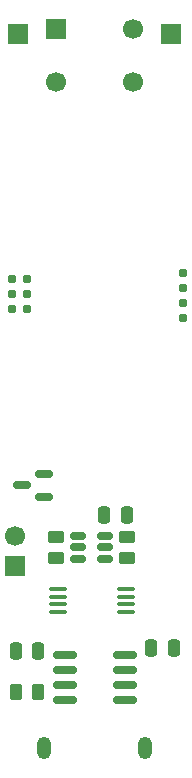
<source format=gbr>
%TF.GenerationSoftware,KiCad,Pcbnew,8.0.6*%
%TF.CreationDate,2024-12-24T16:10:55+01:00*%
%TF.ProjectId,boxmod,626f786d-6f64-42e6-9b69-6361645f7063,rev?*%
%TF.SameCoordinates,Original*%
%TF.FileFunction,Soldermask,Bot*%
%TF.FilePolarity,Negative*%
%FSLAX46Y46*%
G04 Gerber Fmt 4.6, Leading zero omitted, Abs format (unit mm)*
G04 Created by KiCad (PCBNEW 8.0.6) date 2024-12-24 16:10:55*
%MOMM*%
%LPD*%
G01*
G04 APERTURE LIST*
G04 Aperture macros list*
%AMRoundRect*
0 Rectangle with rounded corners*
0 $1 Rounding radius*
0 $2 $3 $4 $5 $6 $7 $8 $9 X,Y pos of 4 corners*
0 Add a 4 corners polygon primitive as box body*
4,1,4,$2,$3,$4,$5,$6,$7,$8,$9,$2,$3,0*
0 Add four circle primitives for the rounded corners*
1,1,$1+$1,$2,$3*
1,1,$1+$1,$4,$5*
1,1,$1+$1,$6,$7*
1,1,$1+$1,$8,$9*
0 Add four rect primitives between the rounded corners*
20,1,$1+$1,$2,$3,$4,$5,0*
20,1,$1+$1,$4,$5,$6,$7,0*
20,1,$1+$1,$6,$7,$8,$9,0*
20,1,$1+$1,$8,$9,$2,$3,0*%
G04 Aperture macros list end*
%ADD10R,1.700000X1.700000*%
%ADD11C,1.700000*%
%ADD12O,1.204000X1.904000*%
%ADD13RoundRect,0.162500X-0.825000X-0.162500X0.825000X-0.162500X0.825000X0.162500X-0.825000X0.162500X0*%
%ADD14RoundRect,0.150000X-0.512500X-0.150000X0.512500X-0.150000X0.512500X0.150000X-0.512500X0.150000X0*%
%ADD15RoundRect,0.250000X0.250000X0.475000X-0.250000X0.475000X-0.250000X-0.475000X0.250000X-0.475000X0*%
%ADD16RoundRect,0.150000X0.587500X0.150000X-0.587500X0.150000X-0.587500X-0.150000X0.587500X-0.150000X0*%
%ADD17C,0.787400*%
%ADD18RoundRect,0.250000X-0.450000X0.262500X-0.450000X-0.262500X0.450000X-0.262500X0.450000X0.262500X0*%
%ADD19RoundRect,0.250000X-0.250000X-0.475000X0.250000X-0.475000X0.250000X0.475000X-0.250000X0.475000X0*%
%ADD20RoundRect,0.250000X0.450000X-0.262500X0.450000X0.262500X-0.450000X0.262500X-0.450000X-0.262500X0*%
%ADD21RoundRect,0.250000X0.262500X0.450000X-0.262500X0.450000X-0.262500X-0.450000X0.262500X-0.450000X0*%
%ADD22RoundRect,0.100000X-0.637500X-0.100000X0.637500X-0.100000X0.637500X0.100000X-0.637500X0.100000X0*%
G04 APERTURE END LIST*
D10*
%TO.C,SW3*%
X92250000Y-52087500D03*
D11*
X98750000Y-52087500D03*
X92250000Y-56587500D03*
X98750000Y-56587500D03*
%TD*%
D10*
%TO.C,J5*%
X89000000Y-52500000D03*
%TD*%
D12*
%TO.C,J1*%
X91230000Y-113000000D03*
X99770000Y-113000000D03*
%TD*%
D10*
%TO.C,J6*%
X102000000Y-52500000D03*
%TD*%
D13*
%TO.C,U1*%
X92962500Y-108905000D03*
X92962500Y-107635000D03*
X92962500Y-106365000D03*
X92962500Y-105095000D03*
X98037500Y-105095000D03*
X98037500Y-106365000D03*
X98037500Y-107635000D03*
X98037500Y-108905000D03*
%TD*%
D14*
%TO.C,U2*%
X94112500Y-96950000D03*
X94112500Y-96000000D03*
X94112500Y-95050000D03*
X96387500Y-95050000D03*
X96387500Y-96000000D03*
X96387500Y-96950000D03*
%TD*%
D15*
%TO.C,C3*%
X98200000Y-93250000D03*
X96300000Y-93250000D03*
%TD*%
D16*
%TO.C,Q3*%
X91187500Y-89800000D03*
X91187500Y-91700000D03*
X89312500Y-90750000D03*
%TD*%
D17*
%TO.C,J2*%
X103000000Y-72750000D03*
X103000000Y-74020000D03*
X103000000Y-75290000D03*
X103000000Y-76560000D03*
%TD*%
D18*
%TO.C,R5*%
X98250000Y-95087500D03*
X98250000Y-96912500D03*
%TD*%
D11*
%TO.C,BT1*%
X88725000Y-95000000D03*
D10*
X88725000Y-97540000D03*
%TD*%
D19*
%TO.C,C1*%
X88800000Y-104750000D03*
X90700000Y-104750000D03*
%TD*%
D17*
%TO.C,J3*%
X88480000Y-75770000D03*
X89750000Y-75770000D03*
X88480000Y-74500000D03*
X89750000Y-74500000D03*
X88480000Y-73230000D03*
X89750000Y-73230000D03*
%TD*%
D20*
%TO.C,R4*%
X92250000Y-96912500D03*
X92250000Y-95087500D03*
%TD*%
D21*
%TO.C,R1*%
X90662500Y-108250000D03*
X88837500Y-108250000D03*
%TD*%
D22*
%TO.C,Q1*%
X92387500Y-101475000D03*
X92387500Y-100825000D03*
X92387500Y-100175000D03*
X92387500Y-99525000D03*
X98112500Y-99525000D03*
X98112500Y-100175000D03*
X98112500Y-100825000D03*
X98112500Y-101475000D03*
%TD*%
D19*
%TO.C,C2*%
X100300000Y-104500000D03*
X102200000Y-104500000D03*
%TD*%
M02*

</source>
